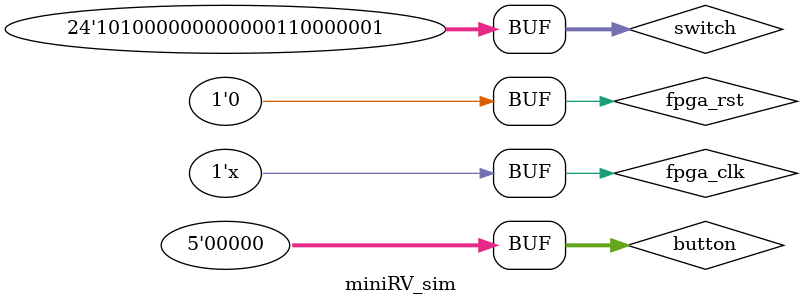
<source format=v>
`timescale 1ns / 1ps

module miniRV_sim();

    reg fpga_rst;
    reg fpga_clk;
    reg [23:0] switch;
    reg [ 4:0] button;
    
    wire [ 7:0]  dig_en;
    wire         DN_A;
    wire         DN_B;
    wire         DN_C;
    wire         DN_D;
    wire         DN_E;
    wire         DN_F;
    wire         DN_G;
    wire         DN_DP;
    wire [23:0]  led;

    initial begin
        fpga_rst = 1;
        fpga_clk = 0;
        #23
        fpga_rst = 0;
        switch   = 24'h20_12_34;
        button   = 5'h0;
        #500000
        switch   = 24'hc0_1f_02;
        #500000
        switch   = 24'hc0_1e_02;
        #500000  
        switch   = 24'ha0_01_81;
        
    end

    always #5 fpga_clk = !fpga_clk;

    miniRV_SoC DUT (
        .fpga_rst   (fpga_rst),
        .fpga_clk   (fpga_clk),
        .switch     (switch),
        .button     (button),
        .dig_en     (dig_en),
        .DN_A       (DN_A),
        .DN_B       (DN_B),
        .DN_C       (DN_C),
        .DN_D       (DN_D),
        .DN_E       (DN_E),
        .DN_F       (DN_F),
        .DN_G       (DN_G),
        .DN_DP      (DN_DP),
        .led        (led)
    );

endmodule

</source>
